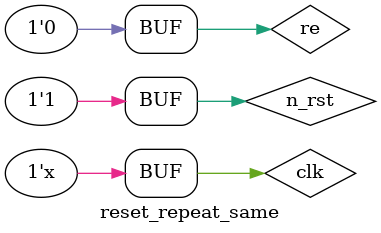
<source format=v>
`timescale 1ns / 1ps


module reset_repeat_same;
    reg clk, n_rst;
//    reg active_in;
//    wire [3:0]position;
    wire [15:0]led;
    reg re;
//    wire active;
always  begin
   #5 clk=~clk;
end

initial begin
    clk=1;
    re=1;
    n_rst=0;
end    

initial begin
#5 re=0;n_rst=1;
#1000 re=1;n_rst=0;
#50 re=0;n_rst=1;
end 
//main uut(.clk(clk),.reset_n(n_rst),.repeat_n(re),.led(led));  
ring_flasher uut(.clk(clk),.rst_n(n_rst),.led(led),.repeat_in(re));
endmodule

</source>
